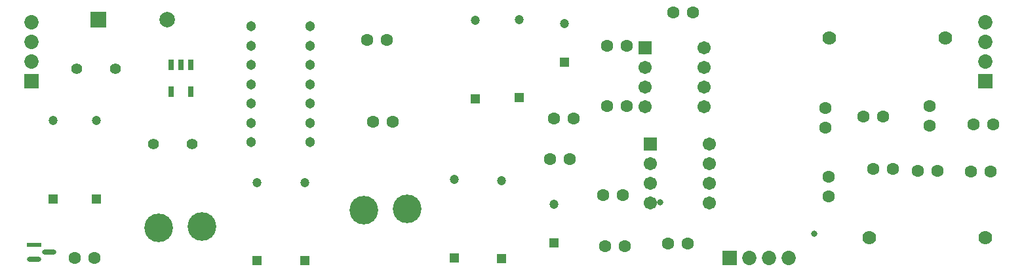
<source format=gts>
G04*
G04 #@! TF.GenerationSoftware,Altium Limited,Altium Designer,25.2.1 (25)*
G04*
G04 Layer_Color=8388736*
%FSLAX25Y25*%
%MOIN*%
G70*
G04*
G04 #@! TF.SameCoordinates,C1108634-7D56-49FF-B426-694D52BA22A1*
G04*
G04*
G04 #@! TF.FilePolarity,Negative*
G04*
G01*
G75*
%ADD15R,0.02992X0.05512*%
G04:AMPARAMS|DCode=16|XSize=71.82mil|YSize=24.33mil|CornerRadius=12.17mil|HoleSize=0mil|Usage=FLASHONLY|Rotation=0.000|XOffset=0mil|YOffset=0mil|HoleType=Round|Shape=RoundedRectangle|*
%AMROUNDEDRECTD16*
21,1,0.07182,0.00000,0,0,0.0*
21,1,0.04749,0.02433,0,0,0.0*
1,1,0.02433,0.02375,0.00000*
1,1,0.02433,-0.02375,0.00000*
1,1,0.02433,-0.02375,0.00000*
1,1,0.02433,0.02375,0.00000*
%
%ADD16ROUNDEDRECTD16*%
%ADD17R,0.07182X0.02433*%
%ADD18C,0.06312*%
%ADD19C,0.07001*%
%ADD20C,0.14580*%
%ADD21C,0.05131*%
%ADD22C,0.05524*%
%ADD23C,0.06706*%
%ADD24R,0.06706X0.06706*%
%ADD25R,0.04724X0.04724*%
%ADD26C,0.04724*%
%ADD27C,0.07296*%
%ADD28R,0.07296X0.07296*%
%ADD29R,0.07296X0.07296*%
%ADD30R,0.07874X0.07874*%
%ADD31C,0.07874*%
%ADD32C,0.03200*%
D15*
X81000Y108252D02*
D03*
X86000D02*
D03*
X91000D02*
D03*
Y94748D02*
D03*
X81000D02*
D03*
D16*
X19000Y13000D02*
D03*
X11439Y9260D02*
D03*
D17*
Y16740D02*
D03*
D18*
X311500Y16000D02*
D03*
X301500D02*
D03*
X343500Y17500D02*
D03*
X333500D02*
D03*
X415400Y41400D02*
D03*
Y51400D02*
D03*
X283500Y60500D02*
D03*
X273500D02*
D03*
X346331Y134916D02*
D03*
X336331D02*
D03*
X470500Y54500D02*
D03*
X460500D02*
D03*
X448000Y55500D02*
D03*
X438000D02*
D03*
X193500Y79500D02*
D03*
X302500Y87500D02*
D03*
X190500Y121000D02*
D03*
X413500Y86500D02*
D03*
X499000Y78000D02*
D03*
X433000Y82000D02*
D03*
X443000D02*
D03*
X466500Y87500D02*
D03*
Y77500D02*
D03*
X497500Y54000D02*
D03*
X487500D02*
D03*
X489000Y78000D02*
D03*
X413500Y76500D02*
D03*
X180500Y121000D02*
D03*
X312500Y118000D02*
D03*
X302500D02*
D03*
X285500Y81000D02*
D03*
X275500D02*
D03*
X312500Y87500D02*
D03*
X310500Y42000D02*
D03*
X300500D02*
D03*
X183500Y79500D02*
D03*
X32000Y10000D02*
D03*
X42000D02*
D03*
D19*
X474555Y122000D02*
D03*
X415500D02*
D03*
X495055Y20500D02*
D03*
X436000D02*
D03*
D20*
X201000Y35000D02*
D03*
X179000Y34500D02*
D03*
X74500Y25500D02*
D03*
X96500Y26000D02*
D03*
D21*
X121500Y118185D02*
D03*
X151500Y68972D02*
D03*
Y78815D02*
D03*
Y88657D02*
D03*
Y98500D02*
D03*
Y108343D02*
D03*
Y118185D02*
D03*
Y128028D02*
D03*
X121500Y68972D02*
D03*
Y78815D02*
D03*
Y88657D02*
D03*
Y98500D02*
D03*
Y108343D02*
D03*
Y128028D02*
D03*
D22*
X91500Y68000D02*
D03*
X71815D02*
D03*
X32815Y106500D02*
D03*
X52500D02*
D03*
D23*
X352000Y87000D02*
D03*
Y97000D02*
D03*
Y107000D02*
D03*
Y117000D02*
D03*
X322000Y87000D02*
D03*
Y97000D02*
D03*
Y107000D02*
D03*
X354500Y58000D02*
D03*
X324500D02*
D03*
Y48000D02*
D03*
Y38000D02*
D03*
X354500Y68000D02*
D03*
Y48000D02*
D03*
Y38000D02*
D03*
D24*
X322000Y117000D02*
D03*
X324500Y68000D02*
D03*
D25*
X21000Y40059D02*
D03*
X149000Y8618D02*
D03*
X258000Y91559D02*
D03*
X235500Y91059D02*
D03*
X275500Y17657D02*
D03*
X249000Y9618D02*
D03*
X225000Y10059D02*
D03*
X281000Y109657D02*
D03*
X124500Y8618D02*
D03*
X43000Y40059D02*
D03*
D26*
Y79941D02*
D03*
X124500Y48500D02*
D03*
X281000Y129343D02*
D03*
X275500Y37343D02*
D03*
X258000Y131441D02*
D03*
X235500Y130941D02*
D03*
X249000Y49500D02*
D03*
X225000Y49941D02*
D03*
X149000Y48500D02*
D03*
X21000Y79941D02*
D03*
D27*
X10000Y130000D02*
D03*
Y120000D02*
D03*
X395000Y10000D02*
D03*
X495000Y130000D02*
D03*
Y110000D02*
D03*
Y120000D02*
D03*
X385000Y10000D02*
D03*
X375000D02*
D03*
X10000Y110000D02*
D03*
D28*
X495000Y100000D02*
D03*
X10000D02*
D03*
D29*
X365000Y10000D02*
D03*
D30*
X44059Y131500D02*
D03*
D31*
X78941D02*
D03*
D32*
X408000Y22300D02*
D03*
X329700Y38300D02*
D03*
M02*

</source>
